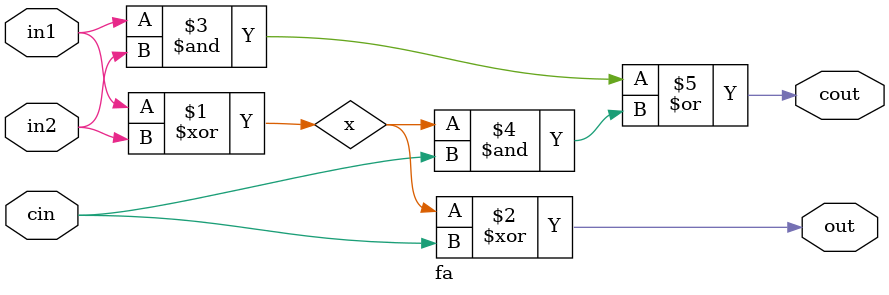
<source format=sv>

module combo_logic(
    input CLK100,           // 100 MHz clock input
    output [9:0] LED,       // RGB1, RGB0, LED 9..0 placed from left to right
    output [2:0] RGB0,      
    output [2:0] RGB1,
    output [3:0] SS_ANODE,   // Anodes 3..0 placed from left to right
    output [7:0] SS_CATHODE, // Bit order: DP, G, F, E, D, C, B, A
    input [11:0] SW,         // SWs 11..0 placed from left to right
    input [3:0] PB,          // PBs 3..0 placed from left to right
    inout [23:0] GPIO,       // PMODA-C 1P, 1N, ... 3P, 3N order
    output [3:0] SERVO,      // Servo outputs
    output PDM_SPEAKER,      // PDM signals for mic and speaker
    input PDM_MIC_DATA,      
    output PDM_MIC_CLK,
    output ESP32_UART1_TXD,  // WiFi/Bluetooth serial interface 1
    input ESP32_UART1_RXD,
    output IMU_SCLK,         // IMU spi clk
    output IMU_SDI,          // IMU spi data input
    input IMU_SDO_AG,        // IMU spi data output (accel/gyro)
    input IMU_SDO_M,         // IMU spi data output (mag)
    output IMU_CS_AG,        // IMU cs (accel/gyro) 
    output IMU_CS_M,         // IMU cs (mag)
    input IMU_DRDY_M,        // IMU data ready (mag)
    input IMU_INT1_AG,       // IMU interrupt (accel/gyro)
    input IMU_INT_M,         // IMU interrupt (mag)
    output IMU_DEN_AG        // IMU data enable (accel/gyro)
    );
     
    // Terminate all of the unused outputs or i/o's
    // assign LED = 10'b0000000000;
    assign RGB0 = 3'b000;
    assign RGB1 = 3'b000;
    // assign SS_ANODE = 4'b0000;
    // assign SS_CATHODE = 8'b11111111;
    assign GPIO = 24'bzzzzzzzzzzzzzzzzzzzzzzzz;
    assign SERVO = 4'b0000;
    assign PDM_SPEAKER = 1'b0;
    assign PDM_MIC_CLK = 1'b0;
    assign ESP32_UART1_TXD = 1'b0;
    assign IMU_SCLK = 1'b0;
    assign IMU_SDI = 1'b0;
    assign IMU_CS_AG = 1'b1;
    assign IMU_CS_M = 1'b1;
    assign IMU_DEN_AG = 1'b0;

     // mode
     wire [1:0] mode = SW[11:10];
     reg [7:0] mode_led;
     assign SS_ANODE = 4'b0111;
     assign SS_CATHODE = mode_led;
     always @ (mode)
     begin
         case (mode)
              2'b00: mode_led = 8'b11000000;
              2'b01: mode_led = 8'b11111001;
              2'b10: mode_led = 8'b10100100;
              2'b11: mode_led = 8'b10110000;
          endcase
    end

    // inputs    
    wire [3:0] a = SW[3:0];
    wire [3:0] b = SW[7:4];

    // add
    // the painful way to add two 4 bit numbers with fa and ha
    wire [4:0] c;
    add4_with_fa_ha adder(a, b, c);
     
    // the easy way to add two 4-bit numbers
    wire [4:0] d;
    assign d = a + b;
     
    // comparisons
    wire gt, lt, eq, ne;
    assign gt = a > b;
    assign lt = a < b;
    assign eq = a == b;
    assign ne = a != b;
     
    // count
    wire [2:0] count;
    count_ones_in_4_bits cnt(a, count);
    
    // outputs
    wire [9:0] out[3:0];
    assign out[0] = {d, c};
    assign out[1] = {6'b0, gt, lt, eq, ne};
    assign out[2] = {7'b0, count};
    assign out[3] = SW[9:0];
    assign LED = out[mode]; 
   
endmodule

// While this example includes these modules in the combo_logic.sv file,
// it is better practice to put each module in a separate file with
// a filename matching the module name

module count_ones_in_4_bits(
    input [3:0] in,
    output [2:0] out);
    
    assign out = in[0] + in[1] + in[2] + in[3];
endmodule

module add4_with_fa_ha(
    input [3:0] in1,
    input [3:0] in2,
    output [4:0] out);
     
    wire [2:0] carry;
    ha stage0(in1[0], in2[0], out[0], carry[0]);
    fa stage1(in1[1], in2[1], carry[0], out[1], carry[1]);
    fa stage2(in1[2], in2[2], carry[1], out[2], carry[2]);
    fa stage3(in1[3], in2[3], carry[2], out[3], out[4]);    
endmodule
     
module ha(
    input in1, 
    input in2,
    output out,
    output cout);
     
    // Structural Verilog
    assign out = in1 ^ in2;
    assign cout = in1 & in2;     
    // Behavioral Verilog
    // assign {cout, out} = in1 + in2;
endmodule

module fa(
    input in1, 
    input in2,
    input cin,
    output out,
    output cout);
   
    // Structural Verilog
    wire x;
    assign x = in1 ^ in2; // exactly one input is '1'    
    assign out = x ^ cin; // olld number of set {in1, in2, cin} is '1'
    assign cout = (in1 & in2) | (x & cin); // (exactly one input is '1' and cin '1' or in1 and in2 '1'
    // Behavioral Verilog
    // assign {cout, out} = in1 + in2 + cin;
endmodule

</source>
